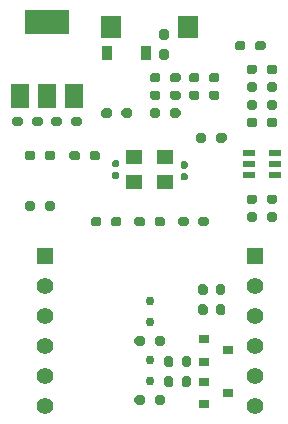
<source format=gbs>
G04 #@! TF.GenerationSoftware,KiCad,Pcbnew,(5.1.10-1-10_14)*
G04 #@! TF.CreationDate,2021-12-01T23:12:48+09:00*
G04 #@! TF.ProjectId,DBG-ESP32,4442472d-4553-4503-9332-2e6b69636164,V1.0*
G04 #@! TF.SameCoordinates,Original*
G04 #@! TF.FileFunction,Soldermask,Bot*
G04 #@! TF.FilePolarity,Negative*
%FSLAX46Y46*%
G04 Gerber Fmt 4.6, Leading zero omitted, Abs format (unit mm)*
G04 Created by KiCad (PCBNEW (5.1.10-1-10_14)) date 2021-12-01 23:12:48*
%MOMM*%
%LPD*%
G01*
G04 APERTURE LIST*
%ADD10R,1.350000X1.200000*%
%ADD11R,1.800000X1.900000*%
%ADD12R,1.400000X1.400000*%
%ADD13C,1.400000*%
%ADD14R,3.800000X2.000000*%
%ADD15R,1.500000X2.000000*%
%ADD16R,1.060000X0.500000*%
%ADD17C,0.750000*%
%ADD18R,0.900000X0.800000*%
%ADD19R,0.900000X1.200000*%
G04 APERTURE END LIST*
G36*
G01*
X-5900000Y7400000D02*
X-5900000Y7000000D01*
G75*
G02*
X-6100000Y6800000I-200000J0D01*
G01*
X-6600000Y6800000D01*
G75*
G02*
X-6800000Y7000000I0J200000D01*
G01*
X-6800000Y7400000D01*
G75*
G02*
X-6600000Y7600000I200000J0D01*
G01*
X-6100000Y7600000D01*
G75*
G02*
X-5900000Y7400000I0J-200000D01*
G01*
G37*
G36*
G01*
X-4200000Y7400000D02*
X-4200000Y7000000D01*
G75*
G02*
X-4400000Y6800000I-200000J0D01*
G01*
X-4900000Y6800000D01*
G75*
G02*
X-5100000Y7000000I0J200000D01*
G01*
X-5100000Y7400000D01*
G75*
G02*
X-4900000Y7600000I200000J0D01*
G01*
X-4400000Y7600000D01*
G75*
G02*
X-4200000Y7400000I0J-200000D01*
G01*
G37*
D10*
X1300000Y5000000D03*
X-1300000Y5000000D03*
X-1300000Y7100000D03*
X1300000Y7100000D03*
D11*
X3250000Y18100000D03*
X-3250000Y18100000D03*
D12*
X8890000Y-1270000D03*
D13*
X8890000Y-3810000D03*
X8890000Y-6350000D03*
X8890000Y-8890000D03*
X8890000Y-11430000D03*
X8890000Y-13970000D03*
X-8890000Y-13970000D03*
X-8890000Y-11430000D03*
X-8890000Y-8890000D03*
X-8890000Y-6350000D03*
X-8890000Y-3810000D03*
D12*
X-8890000Y-1270000D03*
D14*
X-8700000Y18550000D03*
D15*
X-8700000Y12250000D03*
X-11000000Y12250000D03*
X-6400000Y12250000D03*
D16*
X8400000Y5550000D03*
X8400000Y6500000D03*
X8400000Y7450000D03*
X10600000Y7450000D03*
X10600000Y5550000D03*
X10600000Y6500000D03*
D17*
X0Y-11900000D03*
X0Y-10100000D03*
X0Y-6900000D03*
X0Y-5100000D03*
G36*
G01*
X4300000Y-5400000D02*
X4700000Y-5400000D01*
G75*
G02*
X4900000Y-5600000I0J-200000D01*
G01*
X4900000Y-6100000D01*
G75*
G02*
X4700000Y-6300000I-200000J0D01*
G01*
X4300000Y-6300000D01*
G75*
G02*
X4100000Y-6100000I0J200000D01*
G01*
X4100000Y-5600000D01*
G75*
G02*
X4300000Y-5400000I200000J0D01*
G01*
G37*
G36*
G01*
X4300000Y-3700000D02*
X4700000Y-3700000D01*
G75*
G02*
X4900000Y-3900000I0J-200000D01*
G01*
X4900000Y-4400000D01*
G75*
G02*
X4700000Y-4600000I-200000J0D01*
G01*
X4300000Y-4600000D01*
G75*
G02*
X4100000Y-4400000I0J200000D01*
G01*
X4100000Y-3900000D01*
G75*
G02*
X4300000Y-3700000I200000J0D01*
G01*
G37*
G36*
G01*
X5800000Y-5400000D02*
X6200000Y-5400000D01*
G75*
G02*
X6400000Y-5600000I0J-200000D01*
G01*
X6400000Y-6100000D01*
G75*
G02*
X6200000Y-6300000I-200000J0D01*
G01*
X5800000Y-6300000D01*
G75*
G02*
X5600000Y-6100000I0J200000D01*
G01*
X5600000Y-5600000D01*
G75*
G02*
X5800000Y-5400000I200000J0D01*
G01*
G37*
G36*
G01*
X5800000Y-3700000D02*
X6200000Y-3700000D01*
G75*
G02*
X6400000Y-3900000I0J-200000D01*
G01*
X6400000Y-4400000D01*
G75*
G02*
X6200000Y-4600000I-200000J0D01*
G01*
X5800000Y-4600000D01*
G75*
G02*
X5600000Y-4400000I0J200000D01*
G01*
X5600000Y-3900000D01*
G75*
G02*
X5800000Y-3700000I200000J0D01*
G01*
G37*
G36*
G01*
X1800000Y-10700000D02*
X1400000Y-10700000D01*
G75*
G02*
X1200000Y-10500000I0J200000D01*
G01*
X1200000Y-10000000D01*
G75*
G02*
X1400000Y-9800000I200000J0D01*
G01*
X1800000Y-9800000D01*
G75*
G02*
X2000000Y-10000000I0J-200000D01*
G01*
X2000000Y-10500000D01*
G75*
G02*
X1800000Y-10700000I-200000J0D01*
G01*
G37*
G36*
G01*
X1800000Y-12400000D02*
X1400000Y-12400000D01*
G75*
G02*
X1200000Y-12200000I0J200000D01*
G01*
X1200000Y-11700000D01*
G75*
G02*
X1400000Y-11500000I200000J0D01*
G01*
X1800000Y-11500000D01*
G75*
G02*
X2000000Y-11700000I0J-200000D01*
G01*
X2000000Y-12200000D01*
G75*
G02*
X1800000Y-12400000I-200000J0D01*
G01*
G37*
G36*
G01*
X2900000Y-11500000D02*
X3300000Y-11500000D01*
G75*
G02*
X3500000Y-11700000I0J-200000D01*
G01*
X3500000Y-12200000D01*
G75*
G02*
X3300000Y-12400000I-200000J0D01*
G01*
X2900000Y-12400000D01*
G75*
G02*
X2700000Y-12200000I0J200000D01*
G01*
X2700000Y-11700000D01*
G75*
G02*
X2900000Y-11500000I200000J0D01*
G01*
G37*
G36*
G01*
X2900000Y-9800000D02*
X3300000Y-9800000D01*
G75*
G02*
X3500000Y-10000000I0J-200000D01*
G01*
X3500000Y-10500000D01*
G75*
G02*
X3300000Y-10700000I-200000J0D01*
G01*
X2900000Y-10700000D01*
G75*
G02*
X2700000Y-10500000I0J200000D01*
G01*
X2700000Y-10000000D01*
G75*
G02*
X2900000Y-9800000I200000J0D01*
G01*
G37*
G36*
G01*
X9100000Y3700000D02*
X9100000Y3300000D01*
G75*
G02*
X8900000Y3100000I-200000J0D01*
G01*
X8400000Y3100000D01*
G75*
G02*
X8200000Y3300000I0J200000D01*
G01*
X8200000Y3700000D01*
G75*
G02*
X8400000Y3900000I200000J0D01*
G01*
X8900000Y3900000D01*
G75*
G02*
X9100000Y3700000I0J-200000D01*
G01*
G37*
G36*
G01*
X10800000Y3700000D02*
X10800000Y3300000D01*
G75*
G02*
X10600000Y3100000I-200000J0D01*
G01*
X10100000Y3100000D01*
G75*
G02*
X9900000Y3300000I0J200000D01*
G01*
X9900000Y3700000D01*
G75*
G02*
X10100000Y3900000I200000J0D01*
G01*
X10600000Y3900000D01*
G75*
G02*
X10800000Y3700000I0J-200000D01*
G01*
G37*
G36*
G01*
X9100000Y2200000D02*
X9100000Y1800000D01*
G75*
G02*
X8900000Y1600000I-200000J0D01*
G01*
X8400000Y1600000D01*
G75*
G02*
X8200000Y1800000I0J200000D01*
G01*
X8200000Y2200000D01*
G75*
G02*
X8400000Y2400000I200000J0D01*
G01*
X8900000Y2400000D01*
G75*
G02*
X9100000Y2200000I0J-200000D01*
G01*
G37*
G36*
G01*
X10800000Y2200000D02*
X10800000Y1800000D01*
G75*
G02*
X10600000Y1600000I-200000J0D01*
G01*
X10100000Y1600000D01*
G75*
G02*
X9900000Y1800000I0J200000D01*
G01*
X9900000Y2200000D01*
G75*
G02*
X10100000Y2400000I200000J0D01*
G01*
X10600000Y2400000D01*
G75*
G02*
X10800000Y2200000I0J-200000D01*
G01*
G37*
G36*
G01*
X8100000Y16700000D02*
X8100000Y16300000D01*
G75*
G02*
X7900000Y16100000I-200000J0D01*
G01*
X7400000Y16100000D01*
G75*
G02*
X7200000Y16300000I0J200000D01*
G01*
X7200000Y16700000D01*
G75*
G02*
X7400000Y16900000I200000J0D01*
G01*
X7900000Y16900000D01*
G75*
G02*
X8100000Y16700000I0J-200000D01*
G01*
G37*
G36*
G01*
X9800000Y16700000D02*
X9800000Y16300000D01*
G75*
G02*
X9600000Y16100000I-200000J0D01*
G01*
X9100000Y16100000D01*
G75*
G02*
X8900000Y16300000I0J200000D01*
G01*
X8900000Y16700000D01*
G75*
G02*
X9100000Y16900000I200000J0D01*
G01*
X9600000Y16900000D01*
G75*
G02*
X9800000Y16700000I0J-200000D01*
G01*
G37*
G36*
G01*
X-3200000Y11000000D02*
X-3200000Y10600000D01*
G75*
G02*
X-3400000Y10400000I-200000J0D01*
G01*
X-3900000Y10400000D01*
G75*
G02*
X-4100000Y10600000I0J200000D01*
G01*
X-4100000Y11000000D01*
G75*
G02*
X-3900000Y11200000I200000J0D01*
G01*
X-3400000Y11200000D01*
G75*
G02*
X-3200000Y11000000I0J-200000D01*
G01*
G37*
G36*
G01*
X-1500000Y11000000D02*
X-1500000Y10600000D01*
G75*
G02*
X-1700000Y10400000I-200000J0D01*
G01*
X-2200000Y10400000D01*
G75*
G02*
X-2400000Y10600000I0J200000D01*
G01*
X-2400000Y11000000D01*
G75*
G02*
X-2200000Y11200000I200000J0D01*
G01*
X-1700000Y11200000D01*
G75*
G02*
X-1500000Y11000000I0J-200000D01*
G01*
G37*
G36*
G01*
X1700000Y10600000D02*
X1700000Y11000000D01*
G75*
G02*
X1900000Y11200000I200000J0D01*
G01*
X2400000Y11200000D01*
G75*
G02*
X2600000Y11000000I0J-200000D01*
G01*
X2600000Y10600000D01*
G75*
G02*
X2400000Y10400000I-200000J0D01*
G01*
X1900000Y10400000D01*
G75*
G02*
X1700000Y10600000I0J200000D01*
G01*
G37*
G36*
G01*
X0Y10600000D02*
X0Y11000000D01*
G75*
G02*
X200000Y11200000I200000J0D01*
G01*
X700000Y11200000D01*
G75*
G02*
X900000Y11000000I0J-200000D01*
G01*
X900000Y10600000D01*
G75*
G02*
X700000Y10400000I-200000J0D01*
G01*
X200000Y10400000D01*
G75*
G02*
X0Y10600000I0J200000D01*
G01*
G37*
G36*
G01*
X9100000Y11700000D02*
X9100000Y11300000D01*
G75*
G02*
X8900000Y11100000I-200000J0D01*
G01*
X8400000Y11100000D01*
G75*
G02*
X8200000Y11300000I0J200000D01*
G01*
X8200000Y11700000D01*
G75*
G02*
X8400000Y11900000I200000J0D01*
G01*
X8900000Y11900000D01*
G75*
G02*
X9100000Y11700000I0J-200000D01*
G01*
G37*
G36*
G01*
X10800000Y11700000D02*
X10800000Y11300000D01*
G75*
G02*
X10600000Y11100000I-200000J0D01*
G01*
X10100000Y11100000D01*
G75*
G02*
X9900000Y11300000I0J200000D01*
G01*
X9900000Y11700000D01*
G75*
G02*
X10100000Y11900000I200000J0D01*
G01*
X10600000Y11900000D01*
G75*
G02*
X10800000Y11700000I0J-200000D01*
G01*
G37*
G36*
G01*
X9900000Y14300000D02*
X9900000Y14700000D01*
G75*
G02*
X10100000Y14900000I200000J0D01*
G01*
X10600000Y14900000D01*
G75*
G02*
X10800000Y14700000I0J-200000D01*
G01*
X10800000Y14300000D01*
G75*
G02*
X10600000Y14100000I-200000J0D01*
G01*
X10100000Y14100000D01*
G75*
G02*
X9900000Y14300000I0J200000D01*
G01*
G37*
G36*
G01*
X8200000Y14300000D02*
X8200000Y14700000D01*
G75*
G02*
X8400000Y14900000I200000J0D01*
G01*
X8900000Y14900000D01*
G75*
G02*
X9100000Y14700000I0J-200000D01*
G01*
X9100000Y14300000D01*
G75*
G02*
X8900000Y14100000I-200000J0D01*
G01*
X8400000Y14100000D01*
G75*
G02*
X8200000Y14300000I0J200000D01*
G01*
G37*
G36*
G01*
X9100000Y13200000D02*
X9100000Y12800000D01*
G75*
G02*
X8900000Y12600000I-200000J0D01*
G01*
X8400000Y12600000D01*
G75*
G02*
X8200000Y12800000I0J200000D01*
G01*
X8200000Y13200000D01*
G75*
G02*
X8400000Y13400000I200000J0D01*
G01*
X8900000Y13400000D01*
G75*
G02*
X9100000Y13200000I0J-200000D01*
G01*
G37*
G36*
G01*
X10800000Y13200000D02*
X10800000Y12800000D01*
G75*
G02*
X10600000Y12600000I-200000J0D01*
G01*
X10100000Y12600000D01*
G75*
G02*
X9900000Y12800000I0J200000D01*
G01*
X9900000Y13200000D01*
G75*
G02*
X10100000Y13400000I200000J0D01*
G01*
X10600000Y13400000D01*
G75*
G02*
X10800000Y13200000I0J-200000D01*
G01*
G37*
G36*
G01*
X9100000Y10200000D02*
X9100000Y9800000D01*
G75*
G02*
X8900000Y9600000I-200000J0D01*
G01*
X8400000Y9600000D01*
G75*
G02*
X8200000Y9800000I0J200000D01*
G01*
X8200000Y10200000D01*
G75*
G02*
X8400000Y10400000I200000J0D01*
G01*
X8900000Y10400000D01*
G75*
G02*
X9100000Y10200000I0J-200000D01*
G01*
G37*
G36*
G01*
X10800000Y10200000D02*
X10800000Y9800000D01*
G75*
G02*
X10600000Y9600000I-200000J0D01*
G01*
X10100000Y9600000D01*
G75*
G02*
X9900000Y9800000I0J200000D01*
G01*
X9900000Y10200000D01*
G75*
G02*
X10100000Y10400000I200000J0D01*
G01*
X10600000Y10400000D01*
G75*
G02*
X10800000Y10200000I0J-200000D01*
G01*
G37*
D18*
X6600000Y-12900000D03*
X4600000Y-11950000D03*
X4600000Y-13850000D03*
X6600000Y-9300000D03*
X4600000Y-8350000D03*
X4600000Y-10250000D03*
G36*
G01*
X5000000Y13600000D02*
X5000000Y14000000D01*
G75*
G02*
X5200000Y14200000I200000J0D01*
G01*
X5700000Y14200000D01*
G75*
G02*
X5900000Y14000000I0J-200000D01*
G01*
X5900000Y13600000D01*
G75*
G02*
X5700000Y13400000I-200000J0D01*
G01*
X5200000Y13400000D01*
G75*
G02*
X5000000Y13600000I0J200000D01*
G01*
G37*
G36*
G01*
X3300000Y13600000D02*
X3300000Y14000000D01*
G75*
G02*
X3500000Y14200000I200000J0D01*
G01*
X4000000Y14200000D01*
G75*
G02*
X4200000Y14000000I0J-200000D01*
G01*
X4200000Y13600000D01*
G75*
G02*
X4000000Y13400000I-200000J0D01*
G01*
X3500000Y13400000D01*
G75*
G02*
X3300000Y13600000I0J200000D01*
G01*
G37*
G36*
G01*
X900000Y14000000D02*
X900000Y13600000D01*
G75*
G02*
X700000Y13400000I-200000J0D01*
G01*
X200000Y13400000D01*
G75*
G02*
X0Y13600000I0J200000D01*
G01*
X0Y14000000D01*
G75*
G02*
X200000Y14200000I200000J0D01*
G01*
X700000Y14200000D01*
G75*
G02*
X900000Y14000000I0J-200000D01*
G01*
G37*
G36*
G01*
X2600000Y14000000D02*
X2600000Y13600000D01*
G75*
G02*
X2400000Y13400000I-200000J0D01*
G01*
X1900000Y13400000D01*
G75*
G02*
X1700000Y13600000I0J200000D01*
G01*
X1700000Y14000000D01*
G75*
G02*
X1900000Y14200000I200000J0D01*
G01*
X2400000Y14200000D01*
G75*
G02*
X2600000Y14000000I0J-200000D01*
G01*
G37*
G36*
G01*
X1000000Y16200000D02*
X1400000Y16200000D01*
G75*
G02*
X1600000Y16000000I0J-200000D01*
G01*
X1600000Y15500000D01*
G75*
G02*
X1400000Y15300000I-200000J0D01*
G01*
X1000000Y15300000D01*
G75*
G02*
X800000Y15500000I0J200000D01*
G01*
X800000Y16000000D01*
G75*
G02*
X1000000Y16200000I200000J0D01*
G01*
G37*
G36*
G01*
X1000000Y17900000D02*
X1400000Y17900000D01*
G75*
G02*
X1600000Y17700000I0J-200000D01*
G01*
X1600000Y17200000D01*
G75*
G02*
X1400000Y17000000I-200000J0D01*
G01*
X1000000Y17000000D01*
G75*
G02*
X800000Y17200000I0J200000D01*
G01*
X800000Y17700000D01*
G75*
G02*
X1000000Y17900000I200000J0D01*
G01*
G37*
D19*
X-3650000Y15900000D03*
X-350000Y15900000D03*
G36*
G01*
X400000Y-13700000D02*
X400000Y-13300000D01*
G75*
G02*
X600000Y-13100000I200000J0D01*
G01*
X1100000Y-13100000D01*
G75*
G02*
X1300000Y-13300000I0J-200000D01*
G01*
X1300000Y-13700000D01*
G75*
G02*
X1100000Y-13900000I-200000J0D01*
G01*
X600000Y-13900000D01*
G75*
G02*
X400000Y-13700000I0J200000D01*
G01*
G37*
G36*
G01*
X-1300000Y-13700000D02*
X-1300000Y-13300000D01*
G75*
G02*
X-1100000Y-13100000I200000J0D01*
G01*
X-600000Y-13100000D01*
G75*
G02*
X-400000Y-13300000I0J-200000D01*
G01*
X-400000Y-13700000D01*
G75*
G02*
X-600000Y-13900000I-200000J0D01*
G01*
X-1100000Y-13900000D01*
G75*
G02*
X-1300000Y-13700000I0J200000D01*
G01*
G37*
G36*
G01*
X400000Y-8700000D02*
X400000Y-8300000D01*
G75*
G02*
X600000Y-8100000I200000J0D01*
G01*
X1100000Y-8100000D01*
G75*
G02*
X1300000Y-8300000I0J-200000D01*
G01*
X1300000Y-8700000D01*
G75*
G02*
X1100000Y-8900000I-200000J0D01*
G01*
X600000Y-8900000D01*
G75*
G02*
X400000Y-8700000I0J200000D01*
G01*
G37*
G36*
G01*
X-1300000Y-8700000D02*
X-1300000Y-8300000D01*
G75*
G02*
X-1100000Y-8100000I200000J0D01*
G01*
X-600000Y-8100000D01*
G75*
G02*
X-400000Y-8300000I0J-200000D01*
G01*
X-400000Y-8700000D01*
G75*
G02*
X-600000Y-8900000I-200000J0D01*
G01*
X-1100000Y-8900000D01*
G75*
G02*
X-1300000Y-8700000I0J200000D01*
G01*
G37*
G36*
G01*
X3300000Y1800000D02*
X3300000Y1400000D01*
G75*
G02*
X3100000Y1200000I-200000J0D01*
G01*
X2600000Y1200000D01*
G75*
G02*
X2400000Y1400000I0J200000D01*
G01*
X2400000Y1800000D01*
G75*
G02*
X2600000Y2000000I200000J0D01*
G01*
X3100000Y2000000D01*
G75*
G02*
X3300000Y1800000I0J-200000D01*
G01*
G37*
G36*
G01*
X5000000Y1800000D02*
X5000000Y1400000D01*
G75*
G02*
X4800000Y1200000I-200000J0D01*
G01*
X4300000Y1200000D01*
G75*
G02*
X4100000Y1400000I0J200000D01*
G01*
X4100000Y1800000D01*
G75*
G02*
X4300000Y2000000I200000J0D01*
G01*
X4800000Y2000000D01*
G75*
G02*
X5000000Y1800000I0J-200000D01*
G01*
G37*
G36*
G01*
X400000Y1400000D02*
X400000Y1800000D01*
G75*
G02*
X600000Y2000000I200000J0D01*
G01*
X1100000Y2000000D01*
G75*
G02*
X1300000Y1800000I0J-200000D01*
G01*
X1300000Y1400000D01*
G75*
G02*
X1100000Y1200000I-200000J0D01*
G01*
X600000Y1200000D01*
G75*
G02*
X400000Y1400000I0J200000D01*
G01*
G37*
G36*
G01*
X-1300000Y1400000D02*
X-1300000Y1800000D01*
G75*
G02*
X-1100000Y2000000I200000J0D01*
G01*
X-600000Y2000000D01*
G75*
G02*
X-400000Y1800000I0J-200000D01*
G01*
X-400000Y1400000D01*
G75*
G02*
X-600000Y1200000I-200000J0D01*
G01*
X-1100000Y1200000D01*
G75*
G02*
X-1300000Y1400000I0J200000D01*
G01*
G37*
G36*
G01*
X-9700000Y3121000D02*
X-9700000Y2721000D01*
G75*
G02*
X-9900000Y2521000I-200000J0D01*
G01*
X-10400000Y2521000D01*
G75*
G02*
X-10600000Y2721000I0J200000D01*
G01*
X-10600000Y3121000D01*
G75*
G02*
X-10400000Y3321000I200000J0D01*
G01*
X-9900000Y3321000D01*
G75*
G02*
X-9700000Y3121000I0J-200000D01*
G01*
G37*
G36*
G01*
X-8000000Y3121000D02*
X-8000000Y2721000D01*
G75*
G02*
X-8200000Y2521000I-200000J0D01*
G01*
X-8700000Y2521000D01*
G75*
G02*
X-8900000Y2721000I0J200000D01*
G01*
X-8900000Y3121000D01*
G75*
G02*
X-8700000Y3321000I200000J0D01*
G01*
X-8200000Y3321000D01*
G75*
G02*
X-8000000Y3121000I0J-200000D01*
G01*
G37*
G36*
G01*
X-9700000Y7400000D02*
X-9700000Y7000000D01*
G75*
G02*
X-9900000Y6800000I-200000J0D01*
G01*
X-10400000Y6800000D01*
G75*
G02*
X-10600000Y7000000I0J200000D01*
G01*
X-10600000Y7400000D01*
G75*
G02*
X-10400000Y7600000I200000J0D01*
G01*
X-9900000Y7600000D01*
G75*
G02*
X-9700000Y7400000I0J-200000D01*
G01*
G37*
G36*
G01*
X-8000000Y7400000D02*
X-8000000Y7000000D01*
G75*
G02*
X-8200000Y6800000I-200000J0D01*
G01*
X-8700000Y6800000D01*
G75*
G02*
X-8900000Y7000000I0J200000D01*
G01*
X-8900000Y7400000D01*
G75*
G02*
X-8700000Y7600000I200000J0D01*
G01*
X-8200000Y7600000D01*
G75*
G02*
X-8000000Y7400000I0J-200000D01*
G01*
G37*
G36*
G01*
X4800000Y8900000D02*
X4800000Y8500000D01*
G75*
G02*
X4600000Y8300000I-200000J0D01*
G01*
X4100000Y8300000D01*
G75*
G02*
X3900000Y8500000I0J200000D01*
G01*
X3900000Y8900000D01*
G75*
G02*
X4100000Y9100000I200000J0D01*
G01*
X4600000Y9100000D01*
G75*
G02*
X4800000Y8900000I0J-200000D01*
G01*
G37*
G36*
G01*
X6500000Y8900000D02*
X6500000Y8500000D01*
G75*
G02*
X6300000Y8300000I-200000J0D01*
G01*
X5800000Y8300000D01*
G75*
G02*
X5600000Y8500000I0J200000D01*
G01*
X5600000Y8900000D01*
G75*
G02*
X5800000Y9100000I200000J0D01*
G01*
X6300000Y9100000D01*
G75*
G02*
X6500000Y8900000I0J-200000D01*
G01*
G37*
G36*
G01*
X-4100000Y1800000D02*
X-4100000Y1400000D01*
G75*
G02*
X-4300000Y1200000I-200000J0D01*
G01*
X-4800000Y1200000D01*
G75*
G02*
X-5000000Y1400000I0J200000D01*
G01*
X-5000000Y1800000D01*
G75*
G02*
X-4800000Y2000000I200000J0D01*
G01*
X-4300000Y2000000D01*
G75*
G02*
X-4100000Y1800000I0J-200000D01*
G01*
G37*
G36*
G01*
X-2400000Y1800000D02*
X-2400000Y1400000D01*
G75*
G02*
X-2600000Y1200000I-200000J0D01*
G01*
X-3100000Y1200000D01*
G75*
G02*
X-3300000Y1400000I0J200000D01*
G01*
X-3300000Y1800000D01*
G75*
G02*
X-3100000Y2000000I200000J0D01*
G01*
X-2600000Y2000000D01*
G75*
G02*
X-2400000Y1800000I0J-200000D01*
G01*
G37*
G36*
G01*
X4200000Y12500000D02*
X4200000Y12100000D01*
G75*
G02*
X4000000Y11900000I-200000J0D01*
G01*
X3500000Y11900000D01*
G75*
G02*
X3300000Y12100000I0J200000D01*
G01*
X3300000Y12500000D01*
G75*
G02*
X3500000Y12700000I200000J0D01*
G01*
X4000000Y12700000D01*
G75*
G02*
X4200000Y12500000I0J-200000D01*
G01*
G37*
G36*
G01*
X5900000Y12500000D02*
X5900000Y12100000D01*
G75*
G02*
X5700000Y11900000I-200000J0D01*
G01*
X5200000Y11900000D01*
G75*
G02*
X5000000Y12100000I0J200000D01*
G01*
X5000000Y12500000D01*
G75*
G02*
X5200000Y12700000I200000J0D01*
G01*
X5700000Y12700000D01*
G75*
G02*
X5900000Y12500000I0J-200000D01*
G01*
G37*
G36*
G01*
X1700000Y12100000D02*
X1700000Y12500000D01*
G75*
G02*
X1900000Y12700000I200000J0D01*
G01*
X2400000Y12700000D01*
G75*
G02*
X2600000Y12500000I0J-200000D01*
G01*
X2600000Y12100000D01*
G75*
G02*
X2400000Y11900000I-200000J0D01*
G01*
X1900000Y11900000D01*
G75*
G02*
X1700000Y12100000I0J200000D01*
G01*
G37*
G36*
G01*
X0Y12100000D02*
X0Y12500000D01*
G75*
G02*
X200000Y12700000I200000J0D01*
G01*
X700000Y12700000D01*
G75*
G02*
X900000Y12500000I0J-200000D01*
G01*
X900000Y12100000D01*
G75*
G02*
X700000Y11900000I-200000J0D01*
G01*
X200000Y11900000D01*
G75*
G02*
X0Y12100000I0J200000D01*
G01*
G37*
G36*
G01*
X-3050000Y5800000D02*
X-2750000Y5800000D01*
G75*
G02*
X-2600000Y5650000I0J-150000D01*
G01*
X-2600000Y5350000D01*
G75*
G02*
X-2750000Y5200000I-150000J0D01*
G01*
X-3050000Y5200000D01*
G75*
G02*
X-3200000Y5350000I0J150000D01*
G01*
X-3200000Y5650000D01*
G75*
G02*
X-3050000Y5800000I150000J0D01*
G01*
G37*
G36*
G01*
X-3050000Y6800000D02*
X-2750000Y6800000D01*
G75*
G02*
X-2600000Y6650000I0J-150000D01*
G01*
X-2600000Y6350000D01*
G75*
G02*
X-2750000Y6200000I-150000J0D01*
G01*
X-3050000Y6200000D01*
G75*
G02*
X-3200000Y6350000I0J150000D01*
G01*
X-3200000Y6650000D01*
G75*
G02*
X-3050000Y6800000I150000J0D01*
G01*
G37*
G36*
G01*
X3050000Y6100000D02*
X2750000Y6100000D01*
G75*
G02*
X2600000Y6250000I0J150000D01*
G01*
X2600000Y6550000D01*
G75*
G02*
X2750000Y6700000I150000J0D01*
G01*
X3050000Y6700000D01*
G75*
G02*
X3200000Y6550000I0J-150000D01*
G01*
X3200000Y6250000D01*
G75*
G02*
X3050000Y6100000I-150000J0D01*
G01*
G37*
G36*
G01*
X3050000Y5100000D02*
X2750000Y5100000D01*
G75*
G02*
X2600000Y5250000I0J150000D01*
G01*
X2600000Y5550000D01*
G75*
G02*
X2750000Y5700000I150000J0D01*
G01*
X3050000Y5700000D01*
G75*
G02*
X3200000Y5550000I0J-150000D01*
G01*
X3200000Y5250000D01*
G75*
G02*
X3050000Y5100000I-150000J0D01*
G01*
G37*
G36*
G01*
X-6650000Y9900000D02*
X-6650000Y10300000D01*
G75*
G02*
X-6450000Y10500000I200000J0D01*
G01*
X-5950000Y10500000D01*
G75*
G02*
X-5750000Y10300000I0J-200000D01*
G01*
X-5750000Y9900000D01*
G75*
G02*
X-5950000Y9700000I-200000J0D01*
G01*
X-6450000Y9700000D01*
G75*
G02*
X-6650000Y9900000I0J200000D01*
G01*
G37*
G36*
G01*
X-8350000Y9900000D02*
X-8350000Y10300000D01*
G75*
G02*
X-8150000Y10500000I200000J0D01*
G01*
X-7650000Y10500000D01*
G75*
G02*
X-7450000Y10300000I0J-200000D01*
G01*
X-7450000Y9900000D01*
G75*
G02*
X-7650000Y9700000I-200000J0D01*
G01*
X-8150000Y9700000D01*
G75*
G02*
X-8350000Y9900000I0J200000D01*
G01*
G37*
G36*
G01*
X-9950000Y9900000D02*
X-9950000Y10300000D01*
G75*
G02*
X-9750000Y10500000I200000J0D01*
G01*
X-9250000Y10500000D01*
G75*
G02*
X-9050000Y10300000I0J-200000D01*
G01*
X-9050000Y9900000D01*
G75*
G02*
X-9250000Y9700000I-200000J0D01*
G01*
X-9750000Y9700000D01*
G75*
G02*
X-9950000Y9900000I0J200000D01*
G01*
G37*
G36*
G01*
X-11650000Y9900000D02*
X-11650000Y10300000D01*
G75*
G02*
X-11450000Y10500000I200000J0D01*
G01*
X-10950000Y10500000D01*
G75*
G02*
X-10750000Y10300000I0J-200000D01*
G01*
X-10750000Y9900000D01*
G75*
G02*
X-10950000Y9700000I-200000J0D01*
G01*
X-11450000Y9700000D01*
G75*
G02*
X-11650000Y9900000I0J200000D01*
G01*
G37*
M02*

</source>
